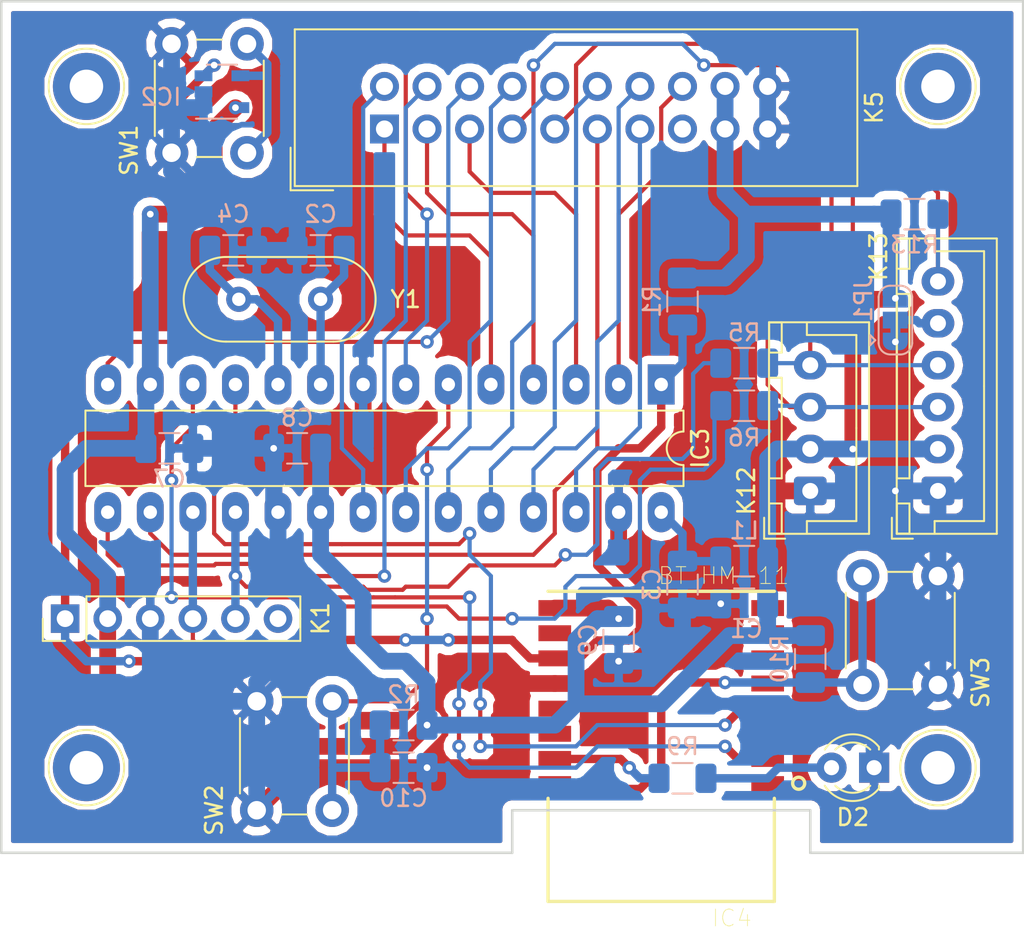
<source format=kicad_pcb>
(kicad_pcb (version 20171130) (host pcbnew 5.0.2-bee76a0~70~ubuntu18.04.1)
  (layers (0 F.Cu signal) (31 B.Cu signal) (34 B.Paste user) (35 F.Paste user) (36 B.SilkS user) (37 F.SilkS user) (38 B.Mask user) (39 F.Mask user) (44 Edge.Cuts user))
  (net 0 "")
  (net 1 GND)
  (net 2 VCC)
  (net 3 "Net-(C2-Pad1)")
  (net 4 "Net-(C3-Pad1)")
  (net 5 CLKO)
  (net 6 BPGAME)
  (net 7 "Net-(D2-Pad2)")
  (net 8 ~MCLR)
  (net 9 "Net-(IC2-Pad4)")
  (net 10 INT)
  (net 11 U1ATX)
  (net 12 U1ARX)
  (net 13 PGD)
  (net 14 PGC)
  (net 15 "Net-(IC4-Pad1)")
  (net 16 "Net-(IC4-Pad3)")
  (net 17 "Net-(IC4-Pad13)")
  (net 18 "Net-(IC4-Pad14)")
  (net 19 "Net-(IC4-Pad15)")
  (net 20 "Net-(IC4-Pad16)")
  (net 21 "Net-(JP1-Pad2)")
  (net 22 "Net-(K1-Pad6)")
  (net 23 MVBATT)
  (net 24 MDAVG)
  (net 25 MDAVD)
  (net 26 MDARC)
  (net 27 MDIR1A)
  (net 28 MDIR2A)
  (net 29 MXSHUT1)
  (net 30 MPWMA)
  (net 31 MSTBY)
  (net 32 MDIR1B)
  (net 33 MDIR2B)
  (net 34 MPWMB)
  (net 35 MXSHUT2)
  (net 36 MSCL)
  (net 37 MSDA)
  (net 38 "Net-(K5-Pad15)")
  (module 317030001:XCVR_317030001 (layer F.Cu) (at 186.69 113.03 180)
    (fp_text reference IC4 (at -4.21442 -10.2457 180) (layer F.SilkS) (effects (font (size 1.00105 1.00105) (thickness 0.05))))
    (fp_text value "BT HM-11" (at -3.72982 10.1782 180) (layer F.SilkS) (effects (font (size 1.0013 1.0013) (thickness 0.05))))
    (pad 1 smd rect (at -6.35 -2.25 180) (size 1.95 0.95) (layers F.Cu F.Paste F.Mask) (net 15 "Net-(IC4-Pad1)"))
    (pad 2 smd rect (at -6.35 -0.75 180) (size 1.95 0.95) (layers F.Cu F.Paste F.Mask) (net 12 U1ARX))
    (pad 3 smd rect (at -6.35 0.75 180) (size 1.95 0.95) (layers F.Cu F.Paste F.Mask) (net 16 "Net-(IC4-Pad3)"))
    (pad 4 smd rect (at -6.35 2.25 180) (size 1.95 0.95) (layers F.Cu F.Paste F.Mask) (net 11 U1ATX))
    (pad 5 smd rect (at -6.35 3.75 180) (size 1.95 0.95) (layers F.Cu F.Paste F.Mask))
    (pad 6 smd rect (at -6.35 5.25 180) (size 1.95 0.95) (layers F.Cu F.Paste F.Mask))
    (pad 7 smd rect (at -6.35 6.75 180) (size 1.95 0.95) (layers F.Cu F.Paste F.Mask))
    (pad 8 smd rect (at -6.35 8.25 180) (size 1.95 0.95) (layers F.Cu F.Paste F.Mask))
    (pad 9 smd rect (at 6.35 8.25) (size 1.95 0.95) (layers F.Cu F.Paste F.Mask) (net 2 VCC))
    (pad 10 smd rect (at 6.35 6.75) (size 1.95 0.95) (layers F.Cu F.Paste F.Mask))
    (pad 11 smd rect (at 6.35 5.25) (size 1.95 0.95) (layers F.Cu F.Paste F.Mask) (net 8 ~MCLR))
    (pad 12 smd rect (at 6.35 3.75) (size 1.95 0.95) (layers F.Cu F.Paste F.Mask) (net 1 GND))
    (pad 13 smd rect (at 6.35 2.25) (size 1.95 0.95) (layers F.Cu F.Paste F.Mask) (net 17 "Net-(IC4-Pad13)"))
    (pad 14 smd rect (at 6.35 0.75) (size 1.95 0.95) (layers F.Cu F.Paste F.Mask) (net 18 "Net-(IC4-Pad14)"))
    (pad 15 smd rect (at 6.35 -0.75) (size 1.95 0.95) (layers F.Cu F.Paste F.Mask) (net 19 "Net-(IC4-Pad15)"))
    (pad 16 smd rect (at 6.35 -2.25) (size 1.95 0.95) (layers F.Cu F.Paste F.Mask) (net 20 "Net-(IC4-Pad16)"))
  )
  (module Resistor_SMD:R_1206_3216Metric (layer B.Cu) (at 187.96 86.49 270)
    (fp_text reference R1 (at 0 1.82 270) (layer B.SilkS) (effects (justify mirror)))
    (fp_text value 10k)
    (pad 1 smd roundrect (at -1.4 0 270) (size 1.25 1.75) (layers B.Cu B.Paste B.Mask) (roundrect_rratio 0.2) (net 2 VCC))
    (pad 2 smd roundrect (at 1.4 0 270) (size 1.25 1.75) (layers B.Cu B.Paste B.Mask) (roundrect_rratio 0.2) (net 8 ~MCLR))
  )
  (module TestPoint:TestPoint_THTPad_D4.0mm_Drill2.0mm (layer F.Cu) (at 203.2 73.66)
    (fp_text reference "" (at 0 -2.898) (layer F.SilkS))
    (fp_text value "")
    (pad 1 thru_hole circle (at 0 0) (size 4 4) (drill 2) (layers *.Cu *.Mask))
  )
  (module TestPoint:TestPoint_THTPad_D4.0mm_Drill2.0mm (layer F.Cu) (at 152.4 73.66)
    (fp_text reference "" (at 0 -2.898) (layer F.SilkS))
    (fp_text value "")
    (pad 1 thru_hole circle (at 0 0) (size 4 4) (drill 2) (layers *.Cu *.Mask))
  )
  (module TestPoint:TestPoint_THTPad_D4.0mm_Drill2.0mm (layer F.Cu) (at 203.2 114.3)
    (fp_text reference "" (at 0 -2.898) (layer F.SilkS))
    (fp_text value "")
    (pad 1 thru_hole circle (at 0 0) (size 4 4) (drill 2) (layers *.Cu *.Mask))
  )
  (module TestPoint:TestPoint_THTPad_D4.0mm_Drill2.0mm (layer F.Cu) (at 152.4 114.3)
    (fp_text reference "" (at 0 -2.898) (layer F.SilkS))
    (fp_text value "")
    (pad 1 thru_hole circle (at 0 0) (size 4 4) (drill 2) (layers *.Cu *.Mask))
  )
  (module Capacitor_SMD:C_1206_3216Metric (layer B.Cu) (at 191.64 104.52 180)
    (fp_text reference C1 (at -0.13 -1.525 180) (layer B.SilkS) (effects (justify mirror)))
    (fp_text value 100n)
    (pad 1 smd roundrect (at -1.4 0 180) (size 1.25 1.75) (layers B.Cu B.Paste B.Mask) (roundrect_rratio 0.2) (net 2 VCC))
    (pad 2 smd roundrect (at 1.4 0 180) (size 1.25 1.75) (layers B.Cu B.Paste B.Mask) (roundrect_rratio 0.2) (net 1 GND))
  )
  (module Capacitor_SMD:C_1206_3216Metric (layer B.Cu) (at 166.37 83.44 180)
    (fp_text reference C2 (at 0 2.16 180) (layer B.SilkS) (effects (justify mirror)))
    (fp_text value 22p)
    (pad 2 smd roundrect (at 1.4 0 180) (size 1.25 1.75) (layers B.Cu B.Paste B.Mask) (roundrect_rratio 0.2) (net 1 GND))
    (pad 1 smd roundrect (at -1.4 0 180) (size 1.25 1.75) (layers B.Cu B.Paste B.Mask) (roundrect_rratio 0.2) (net 3 "Net-(C2-Pad1)"))
  )
  (module Capacitor_SMD:C_1206_3216Metric (layer B.Cu) (at 187.96 103.38 270)
    (fp_text reference C3 (at 0 1.82 270) (layer B.SilkS) (effects (justify mirror)))
    (fp_text value 100n)
    (pad 1 smd roundrect (at -1.4 0 270) (size 1.25 1.75) (layers B.Cu B.Paste B.Mask) (roundrect_rratio 0.2) (net 4 "Net-(C3-Pad1)"))
    (pad 2 smd roundrect (at 1.4 0 270) (size 1.25 1.75) (layers B.Cu B.Paste B.Mask) (roundrect_rratio 0.2) (net 1 GND))
  )
  (module Capacitor_SMD:C_1206_3216Metric (layer B.Cu) (at 161.16 83.44)
    (fp_text reference C4 (at 0 -2.16) (layer B.SilkS) (effects (justify mirror)))
    (fp_text value 22p)
    (pad 1 smd roundrect (at -1.4 0) (size 1.25 1.75) (layers B.Cu B.Paste B.Mask) (roundrect_rratio 0.2) (net 5 CLKO))
    (pad 2 smd roundrect (at 1.4 0) (size 1.25 1.75) (layers B.Cu B.Paste B.Mask) (roundrect_rratio 0.2) (net 1 GND))
  )
  (module Capacitor_SMD:C_1206_3216Metric (layer B.Cu) (at 157.35 95.25)
    (fp_text reference C7 (at 0 1.82) (layer B.SilkS) (effects (justify mirror)))
    (fp_text value 100n)
    (pad 2 smd roundrect (at 1.4 0) (size 1.25 1.75) (layers B.Cu B.Paste B.Mask) (roundrect_rratio 0.2) (net 1 GND))
    (pad 1 smd roundrect (at -1.4 0) (size 1.25 1.75) (layers B.Cu B.Paste B.Mask) (roundrect_rratio 0.2) (net 2 VCC))
  )
  (module Capacitor_SMD:C_1206_3216Metric (layer B.Cu) (at 164.97 95.25 180)
    (fp_text reference C8 (at 0 1.82 180) (layer B.SilkS) (effects (justify mirror)))
    (fp_text value 100n)
    (pad 1 smd roundrect (at -1.4 0 180) (size 1.25 1.75) (layers B.Cu B.Paste B.Mask) (roundrect_rratio 0.2) (net 2 VCC))
    (pad 2 smd roundrect (at 1.4 0 180) (size 1.25 1.75) (layers B.Cu B.Paste B.Mask) (roundrect_rratio 0.2) (net 1 GND))
  )
  (module Capacitor_SMD:C_1206_3216Metric (layer B.Cu) (at 184.15 106.68 270)
    (fp_text reference C9 (at 0 1.82 270) (layer B.SilkS) (effects (justify mirror)))
    (fp_text value 100n)
    (pad 2 smd roundrect (at 1.4 0 270) (size 1.25 1.75) (layers B.Cu B.Paste B.Mask) (roundrect_rratio 0.2) (net 1 GND))
    (pad 1 smd roundrect (at -1.4 0 270) (size 1.25 1.75) (layers B.Cu B.Paste B.Mask) (roundrect_rratio 0.2) (net 2 VCC))
  )
  (module Capacitor_SMD:C_1206_3216Metric (layer B.Cu) (at 171.32 114.3)
    (fp_text reference C10 (at 0 1.82) (layer B.SilkS) (effects (justify mirror)))
    (fp_text value 100n)
    (pad 1 smd roundrect (at -1.4 0) (size 1.25 1.75) (layers B.Cu B.Paste B.Mask) (roundrect_rratio 0.2) (net 6 BPGAME))
    (pad 2 smd roundrect (at 1.4 0) (size 1.25 1.75) (layers B.Cu B.Paste B.Mask) (roundrect_rratio 0.2) (net 1 GND))
  )
  (module LED_THT:LED_D3.0mm (layer F.Cu) (at 199.39 114.3 180)
    (fp_text reference D2 (at 1.27 -2.96 180) (layer F.SilkS))
    (fp_text value SYS.)
    (pad 1 thru_hole rect (at 0 0 180) (size 1.8 1.8) (drill 0.9) (layers *.Cu *.Mask) (net 1 GND))
    (pad 2 thru_hole circle (at 2.54 0 180) (size 1.8 1.8) (drill 0.9) (layers *.Cu *.Mask) (net 7 "Net-(D2-Pad2)"))
  )
  (module Package_TO_SOT_SMD:SOT-23-5 (layer B.Cu) (at 160.485 73.975)
    (fp_text reference IC2 (at -3.64 0.32) (layer B.SilkS) (effects (justify mirror)))
    (fp_text value LM3724EM5-3.08)
    (pad 1 smd rect (at -1.1 0.95) (size 1.06 0.65) (layers B.Cu B.Paste B.Mask) (net 1 GND))
    (pad 2 smd rect (at -1.1 0) (size 1.06 0.65) (layers B.Cu B.Paste B.Mask) (net 1 GND))
    (pad 3 smd rect (at -1.1 -0.95) (size 1.06 0.65) (layers B.Cu B.Paste B.Mask) (net 8 ~MCLR))
    (pad 4 smd rect (at 1.1 -0.95) (size 1.06 0.65) (layers B.Cu B.Paste B.Mask) (net 9 "Net-(IC2-Pad4)"))
    (pad 5 smd rect (at 1.1 0.95) (size 1.06 0.65) (layers B.Cu B.Paste B.Mask) (net 2 VCC))
  )
  (module Jumper:SolderJumper-3_P1.3mm_Bridged12_RoundedPad1.0x1.5mm (layer B.Cu) (at 200.66 87.6 90)
    (fp_text reference JP1 (at 1.24 -1.905 90) (layer B.SilkS) (effects (justify mirror)))
    (fp_text value AD0)
    (pad 1 smd custom (at -1.3 0 90) (size 1 0.5) (layers B.Cu B.Mask) (net 1 GND) (options (clearance outline) (anchor rect)) (primitives (gr_circle (center 0 -0.25) (end 0.5 -0.25) (width 0)) (gr_circle (center 0 0.25) (end 0.5 0.25) (width 0)) (gr_poly (pts (xy 0.55 0.75) (xy 0 0.75) (xy 0 -0.75) (xy 0.55 -0.75)) (width 0)) (gr_poly (pts (xy 0.4 0.3) (xy 0.9 0.3) (xy 0.9 -0.3) (xy 0.4 -0.3)) (width 0))))
    (pad 3 smd custom (at 1.3 0 90) (size 1 0.5) (layers B.Cu B.Mask) (net 2 VCC) (options (clearance outline) (anchor rect)) (primitives (gr_circle (center 0 -0.25) (end 0.5 -0.25) (width 0)) (gr_circle (center 0 0.25) (end 0.5 0.25) (width 0)) (gr_poly (pts (xy -0.55 0.75) (xy 0 0.75) (xy 0 -0.75) (xy -0.55 -0.75)) (width 0))))
    (pad 2 smd rect (at 0 0 90) (size 1 1.5) (layers B.Cu B.Mask) (net 21 "Net-(JP1-Pad2)"))
  )
  (module Connector_PinHeader_2.54mm:PinHeader_1x06_P2.54mm_Vertical (layer F.Cu) (at 151.13 105.41 90)
    (fp_text reference K1 (at 0 15.24 90) (layer F.SilkS))
    (fp_text value ICSP)
    (pad 1 thru_hole rect (at 0 0 90) (size 1.7 1.7) (drill 1) (layers *.Cu *.Mask) (net 8 ~MCLR))
    (pad 2 thru_hole oval (at 0 2.54 90) (size 1.7 1.7) (drill 1) (layers *.Cu *.Mask) (net 2 VCC))
    (pad 3 thru_hole oval (at 0 5.08 90) (size 1.7 1.7) (drill 1) (layers *.Cu *.Mask) (net 1 GND))
    (pad 4 thru_hole oval (at 0 7.62 90) (size 1.7 1.7) (drill 1) (layers *.Cu *.Mask) (net 13 PGD))
    (pad 5 thru_hole oval (at 0 10.16 90) (size 1.7 1.7) (drill 1) (layers *.Cu *.Mask) (net 14 PGC))
    (pad 6 thru_hole oval (at 0 12.7 90) (size 1.7 1.7) (drill 1) (layers *.Cu *.Mask) (net 22 "Net-(K1-Pad6)"))
  )
  (module Connector_IDC:IDC-Header_2x10_P2.54mm_Vertical (layer F.Cu) (at 170.18 76.2 90)
    (fp_text reference K5 (at 1.27 29.21 90) (layer F.SilkS))
    (fp_text value CONTROL)
    (pad 1 thru_hole rect (at 0 0 90) (size 1.7272 1.7272) (drill 1.016) (layers *.Cu *.Mask) (net 26 MDARC))
    (pad 2 thru_hole oval (at 2.54 0 90) (size 1.7272 1.7272) (drill 1.016) (layers *.Cu *.Mask) (net 30 MPWMA))
    (pad 3 thru_hole oval (at 0 2.54 90) (size 1.7272 1.7272) (drill 1.016) (layers *.Cu *.Mask) (net 25 MDAVD))
    (pad 4 thru_hole oval (at 2.54 2.54 90) (size 1.7272 1.7272) (drill 1.016) (layers *.Cu *.Mask) (net 28 MDIR2A))
    (pad 5 thru_hole oval (at 0 5.08 90) (size 1.7272 1.7272) (drill 1.016) (layers *.Cu *.Mask) (net 24 MDAVG))
    (pad 6 thru_hole oval (at 2.54 5.08 90) (size 1.7272 1.7272) (drill 1.016) (layers *.Cu *.Mask) (net 27 MDIR1A))
    (pad 7 thru_hole oval (at 0 7.62 90) (size 1.7272 1.7272) (drill 1.016) (layers *.Cu *.Mask) (net 36 MSCL))
    (pad 8 thru_hole oval (at 2.54 7.62 90) (size 1.7272 1.7272) (drill 1.016) (layers *.Cu *.Mask) (net 31 MSTBY))
    (pad 9 thru_hole oval (at 0 10.16 90) (size 1.7272 1.7272) (drill 1.016) (layers *.Cu *.Mask) (net 37 MSDA))
    (pad 10 thru_hole oval (at 2.54 10.16 90) (size 1.7272 1.7272) (drill 1.016) (layers *.Cu *.Mask) (net 32 MDIR1B))
    (pad 11 thru_hole oval (at 0 12.7 90) (size 1.7272 1.7272) (drill 1.016) (layers *.Cu *.Mask) (net 29 MXSHUT1))
    (pad 12 thru_hole oval (at 2.54 12.7 90) (size 1.7272 1.7272) (drill 1.016) (layers *.Cu *.Mask) (net 33 MDIR2B))
    (pad 13 thru_hole oval (at 0 15.24 90) (size 1.7272 1.7272) (drill 1.016) (layers *.Cu *.Mask) (net 35 MXSHUT2))
    (pad 14 thru_hole oval (at 2.54 15.24 90) (size 1.7272 1.7272) (drill 1.016) (layers *.Cu *.Mask) (net 34 MPWMB))
    (pad 15 thru_hole oval (at 0 17.78 90) (size 1.7272 1.7272) (drill 1.016) (layers *.Cu *.Mask) (net 38 "Net-(K5-Pad15)"))
    (pad 16 thru_hole oval (at 2.54 17.78 90) (size 1.7272 1.7272) (drill 1.016) (layers *.Cu *.Mask) (net 23 MVBATT))
    (pad 17 thru_hole oval (at 0 20.32 90) (size 1.7272 1.7272) (drill 1.016) (layers *.Cu *.Mask) (net 2 VCC))
    (pad 18 thru_hole oval (at 2.54 20.32 90) (size 1.7272 1.7272) (drill 1.016) (layers *.Cu *.Mask) (net 2 VCC))
    (pad 19 thru_hole oval (at 0 22.86 90) (size 1.7272 1.7272) (drill 1.016) (layers *.Cu *.Mask) (net 1 GND))
    (pad 20 thru_hole oval (at 2.54 22.86 90) (size 1.7272 1.7272) (drill 1.016) (layers *.Cu *.Mask) (net 1 GND))
  )
  (module Connector_JST:JST_XH_B04B-XH-A_1x04_P2.50mm_Vertical (layer F.Cu) (at 195.58 97.79 90)
    (fp_text reference K12 (at 0 -3.81 90) (layer F.SilkS))
    (fp_text value "AFF OLED")
    (pad 1 thru_hole roundrect (at 0 0 90) (size 1.7 1.95) (drill 0.95) (layers *.Cu *.Mask) (roundrect_rratio 0.147059) (net 1 GND))
    (pad 2 thru_hole oval (at 2.5 0 90) (size 1.7 1.95) (drill 0.95) (layers *.Cu *.Mask) (net 2 VCC))
    (pad 3 thru_hole oval (at 5 0 90) (size 1.7 1.95) (drill 0.95) (layers *.Cu *.Mask) (net 36 MSCL))
    (pad 4 thru_hole oval (at 7.5 0 90) (size 1.7 1.95) (drill 0.95) (layers *.Cu *.Mask) (net 37 MSDA))
  )
  (module Connector_JST:JST_XH_B06B-XH-A_1x06_P2.50mm_Vertical (layer F.Cu) (at 203.2 97.79 90)
    (fp_text reference K13 (at 13.97 -3.55 90) (layer F.SilkS))
    (fp_text value "IMU 6050")
    (pad 6 thru_hole oval (at 12.5 0 90) (size 1.7 1.95) (drill 0.95) (layers *.Cu *.Mask) (net 10 INT))
    (pad 5 thru_hole oval (at 10 0 90) (size 1.7 1.95) (drill 0.95) (layers *.Cu *.Mask) (net 21 "Net-(JP1-Pad2)"))
    (pad 4 thru_hole oval (at 7.5 0 90) (size 1.7 1.95) (drill 0.95) (layers *.Cu *.Mask) (net 37 MSDA))
    (pad 3 thru_hole oval (at 5 0 90) (size 1.7 1.95) (drill 0.95) (layers *.Cu *.Mask) (net 36 MSCL))
    (pad 2 thru_hole oval (at 2.5 0 90) (size 1.7 1.95) (drill 0.95) (layers *.Cu *.Mask) (net 2 VCC))
    (pad 1 thru_hole roundrect (at 0 0 90) (size 1.7 1.95) (drill 0.95) (layers *.Cu *.Mask) (roundrect_rratio 0.147059) (net 1 GND))
  )
  (module Inductor_SMD:L_1206_3216Metric (layer B.Cu) (at 191.64 101.98 180)
    (fp_text reference L1 (at 0 1.82 180) (layer B.SilkS) (effects (justify mirror)))
    (fp_text value 10u)
    (pad 1 smd roundrect (at -1.4 0 180) (size 1.25 1.75) (layers B.Cu B.Paste B.Mask) (roundrect_rratio 0.2) (net 2 VCC))
    (pad 2 smd roundrect (at 1.4 0 180) (size 1.25 1.75) (layers B.Cu B.Paste B.Mask) (roundrect_rratio 0.2) (net 4 "Net-(C3-Pad1)"))
  )
  (module Resistor_SMD:R_1206_3216Metric (layer B.Cu) (at 171.32 111.76 180)
    (fp_text reference R2 (at 0 1.82 180) (layer B.SilkS) (effects (justify mirror)))
    (fp_text value 10k)
    (pad 2 smd roundrect (at 1.4 0 180) (size 1.25 1.75) (layers B.Cu B.Paste B.Mask) (roundrect_rratio 0.2) (net 6 BPGAME))
    (pad 1 smd roundrect (at -1.4 0 180) (size 1.25 1.75) (layers B.Cu B.Paste B.Mask) (roundrect_rratio 0.2) (net 2 VCC))
  )
  (module Resistor_SMD:R_1206_3216Metric (layer B.Cu) (at 191.64 90.17 180)
    (fp_text reference R5 (at 0 1.82 180) (layer B.SilkS) (effects (justify mirror)))
    (fp_text value 1.8k)
    (pad 1 smd roundrect (at -1.4 0 180) (size 1.25 1.75) (layers B.Cu B.Paste B.Mask) (roundrect_rratio 0.2) (net 37 MSDA))
    (pad 2 smd roundrect (at 1.4 0 180) (size 1.25 1.75) (layers B.Cu B.Paste B.Mask) (roundrect_rratio 0.2) (net 14 PGC))
  )
  (module Resistor_SMD:R_1206_3216Metric (layer B.Cu) (at 191.64 92.71 180)
    (fp_text reference R6 (at 0 -1.905 180) (layer B.SilkS) (effects (justify mirror)))
    (fp_text value 1.8k)
    (pad 2 smd roundrect (at 1.4 0 180) (size 1.25 1.75) (layers B.Cu B.Paste B.Mask) (roundrect_rratio 0.2) (net 13 PGD))
    (pad 1 smd roundrect (at -1.4 0 180) (size 1.25 1.75) (layers B.Cu B.Paste B.Mask) (roundrect_rratio 0.2) (net 36 MSCL))
  )
  (module Resistor_SMD:R_1206_3216Metric (layer B.Cu) (at 187.96 114.935)
    (fp_text reference R9 (at 0 -1.905) (layer B.SilkS) (effects (justify mirror)))
    (fp_text value 180)
    (pad 1 smd roundrect (at -1.4 0) (size 1.25 1.75) (layers B.Cu B.Paste B.Mask) (roundrect_rratio 0.2) (net 19 "Net-(IC4-Pad15)"))
    (pad 2 smd roundrect (at 1.4 0) (size 1.25 1.75) (layers B.Cu B.Paste B.Mask) (roundrect_rratio 0.2) (net 7 "Net-(D2-Pad2)"))
  )
  (module Resistor_SMD:R_1206_3216Metric (layer B.Cu) (at 195.58 107.82 270)
    (fp_text reference R10 (at 0 1.82 270) (layer B.SilkS) (effects (justify mirror)))
    (fp_text value 1k)
    (pad 2 smd roundrect (at 1.4 0 270) (size 1.25 1.75) (layers B.Cu B.Paste B.Mask) (roundrect_rratio 0.2) (net 20 "Net-(IC4-Pad16)"))
    (pad 1 smd roundrect (at -1.4 0 270) (size 1.25 1.75) (layers B.Cu B.Paste B.Mask) (roundrect_rratio 0.2) (net 2 VCC))
  )
  (module Resistor_SMD:R_1206_3216Metric (layer B.Cu) (at 201.8 81.28)
    (fp_text reference R13 (at 0 1.82) (layer B.SilkS) (effects (justify mirror)))
    (fp_text value 10k)
    (pad 1 smd roundrect (at -1.4 0) (size 1.25 1.75) (layers B.Cu B.Paste B.Mask) (roundrect_rratio 0.2) (net 2 VCC))
    (pad 2 smd roundrect (at 1.4 0) (size 1.25 1.75) (layers B.Cu B.Paste B.Mask) (roundrect_rratio 0.2) (net 10 INT))
  )
  (module Button_Switch_THT:SW_PUSH_6mm (layer F.Cu) (at 157.48 77.62 90)
    (fp_text reference SW1 (at 0.15 -2.54 90) (layer F.SilkS))
    (fp_text value RESET)
    (pad 2 thru_hole circle (at 0 4.5 180) (size 2 2) (drill 1.1) (layers *.Cu *.Mask) (net 9 "Net-(IC2-Pad4)"))
    (pad 1 thru_hole circle (at 0 0 180) (size 2 2) (drill 1.1) (layers *.Cu *.Mask) (net 1 GND))
    (pad 2 thru_hole circle (at 6.5 4.5 180) (size 2 2) (drill 1.1) (layers *.Cu *.Mask) (net 9 "Net-(IC2-Pad4)"))
    (pad 1 thru_hole circle (at 6.5 0 180) (size 2 2) (drill 1.1) (layers *.Cu *.Mask) (net 1 GND))
  )
  (module Button_Switch_THT:SW_PUSH_6mm (layer F.Cu) (at 162.56 116.84 90)
    (fp_text reference SW2 (at 0 -2.54 90) (layer F.SilkS))
    (fp_text value GAME)
    (pad 1 thru_hole circle (at 6.5 0 180) (size 2 2) (drill 1.1) (layers *.Cu *.Mask) (net 1 GND))
    (pad 2 thru_hole circle (at 6.5 4.5 180) (size 2 2) (drill 1.1) (layers *.Cu *.Mask) (net 6 BPGAME))
    (pad 1 thru_hole circle (at 0 0 180) (size 2 2) (drill 1.1) (layers *.Cu *.Mask) (net 1 GND))
    (pad 2 thru_hole circle (at 0 4.5 180) (size 2 2) (drill 1.1) (layers *.Cu *.Mask) (net 6 BPGAME))
  )
  (module Button_Switch_THT:SW_PUSH_6mm (layer F.Cu) (at 198.7 109.37 90)
    (fp_text reference SW3 (at 0.15 7.04 90) (layer F.SilkS))
    (fp_text value "BP SYS.")
    (pad 2 thru_hole circle (at 0 4.5 180) (size 2 2) (drill 1.1) (layers *.Cu *.Mask) (net 1 GND))
    (pad 1 thru_hole circle (at 0 0 180) (size 2 2) (drill 1.1) (layers *.Cu *.Mask) (net 20 "Net-(IC4-Pad16)"))
    (pad 2 thru_hole circle (at 6.5 4.5 180) (size 2 2) (drill 1.1) (layers *.Cu *.Mask) (net 1 GND))
    (pad 1 thru_hole circle (at 6.5 0 180) (size 2 2) (drill 1.1) (layers *.Cu *.Mask) (net 20 "Net-(IC4-Pad16)"))
  )
  (module Crystal:Crystal_HC49-4H_Vertical (layer F.Cu) (at 166.37 86.36 180)
    (fp_text reference Y1 (at -5.08 0 180) (layer F.SilkS))
    (fp_text value 8M)
    (pad 1 thru_hole circle (at 0 0 180) (size 1.5 1.5) (drill 0.8) (layers *.Cu *.Mask) (net 3 "Net-(C2-Pad1)"))
    (pad 2 thru_hole circle (at 4.88 0 180) (size 1.5 1.5) (drill 0.8) (layers *.Cu *.Mask) (net 5 CLKO))
  )
  (module Package_DIP:DIP-28_W7.62mm_LongPads (layer F.Cu) (at 186.69 91.44 270)
    (fp_text reference IC3 (at 3.81 -2.33 270) (layer F.SilkS))
    (fp_text value DSPIC30F4012)
    (pad 1 thru_hole rect (at 0 0 270) (size 2.4 1.6) (drill 0.8) (layers *.Cu *.Mask) (net 8 ~MCLR))
    (pad 15 thru_hole oval (at 7.62 33.02 270) (size 2.4 1.6) (drill 0.8) (layers *.Cu *.Mask) (net 28 MDIR2A))
    (pad 2 thru_hole oval (at 0 2.54 270) (size 2.4 1.6) (drill 0.8) (layers *.Cu *.Mask) (net 23 MVBATT))
    (pad 16 thru_hole oval (at 7.62 30.48 270) (size 2.4 1.6) (drill 0.8) (layers *.Cu *.Mask) (net 29 MXSHUT1))
    (pad 3 thru_hole oval (at 0 5.08 270) (size 2.4 1.6) (drill 0.8) (layers *.Cu *.Mask) (net 24 MDAVG))
    (pad 17 thru_hole oval (at 7.62 27.94 270) (size 2.4 1.6) (drill 0.8) (layers *.Cu *.Mask) (net 13 PGD))
    (pad 4 thru_hole oval (at 0 7.62 270) (size 2.4 1.6) (drill 0.8) (layers *.Cu *.Mask) (net 25 MDAVD))
    (pad 18 thru_hole oval (at 7.62 25.4 270) (size 2.4 1.6) (drill 0.8) (layers *.Cu *.Mask) (net 14 PGC))
    (pad 5 thru_hole oval (at 0 10.16 270) (size 2.4 1.6) (drill 0.8) (layers *.Cu *.Mask) (net 26 MDARC))
    (pad 19 thru_hole oval (at 7.62 22.86 270) (size 2.4 1.6) (drill 0.8) (layers *.Cu *.Mask) (net 1 GND))
    (pad 6 thru_hole oval (at 0 12.7 270) (size 2.4 1.6) (drill 0.8) (layers *.Cu *.Mask) (net 6 BPGAME))
    (pad 20 thru_hole oval (at 7.62 20.32 270) (size 2.4 1.6) (drill 0.8) (layers *.Cu *.Mask) (net 2 VCC))
    (pad 7 thru_hole oval (at 0 15.24 270) (size 2.4 1.6) (drill 0.8) (layers *.Cu *.Mask) (net 10 INT))
    (pad 21 thru_hole oval (at 7.62 17.78 270) (size 2.4 1.6) (drill 0.8) (layers *.Cu *.Mask) (net 30 MPWMA))
    (pad 8 thru_hole oval (at 0 17.78 270) (size 2.4 1.6) (drill 0.8) (layers *.Cu *.Mask) (net 1 GND))
    (pad 22 thru_hole oval (at 7.62 15.24 270) (size 2.4 1.6) (drill 0.8) (layers *.Cu *.Mask) (net 31 MSTBY))
    (pad 9 thru_hole oval (at 0 20.32 270) (size 2.4 1.6) (drill 0.8) (layers *.Cu *.Mask) (net 3 "Net-(C2-Pad1)"))
    (pad 23 thru_hole oval (at 7.62 12.7 270) (size 2.4 1.6) (drill 0.8) (layers *.Cu *.Mask) (net 32 MDIR1B))
    (pad 10 thru_hole oval (at 0 22.86 270) (size 2.4 1.6) (drill 0.8) (layers *.Cu *.Mask) (net 5 CLKO))
    (pad 24 thru_hole oval (at 7.62 10.16 270) (size 2.4 1.6) (drill 0.8) (layers *.Cu *.Mask) (net 33 MDIR2B))
    (pad 11 thru_hole oval (at 0 25.4 270) (size 2.4 1.6) (drill 0.8) (layers *.Cu *.Mask) (net 11 U1ATX))
    (pad 25 thru_hole oval (at 7.62 7.62 270) (size 2.4 1.6) (drill 0.8) (layers *.Cu *.Mask) (net 34 MPWMB))
    (pad 12 thru_hole oval (at 0 27.94 270) (size 2.4 1.6) (drill 0.8) (layers *.Cu *.Mask) (net 12 U1ARX))
    (pad 26 thru_hole oval (at 7.62 5.08 270) (size 2.4 1.6) (drill 0.8) (layers *.Cu *.Mask) (net 35 MXSHUT2))
    (pad 13 thru_hole oval (at 0 30.48 270) (size 2.4 1.6) (drill 0.8) (layers *.Cu *.Mask) (net 2 VCC))
    (pad 27 thru_hole oval (at 7.62 2.54 270) (size 2.4 1.6) (drill 0.8) (layers *.Cu *.Mask) (net 1 GND))
    (pad 14 thru_hole oval (at 0 33.02 270) (size 2.4 1.6) (drill 0.8) (layers *.Cu *.Mask) (net 27 MDIR1A))
    (pad 28 thru_hole oval (at 7.62 0 270) (size 2.4 1.6) (drill 0.8) (layers *.Cu *.Mask) (net 4 "Net-(C3-Pad1)"))
  )
  (gr_line (start 177.8 119.38) (end 177.8 116.84) (layer Edge.Cuts) (width 0.15))
  (gr_line (start 195.58 119.38) (end 208.28 119.38) (layer Edge.Cuts) (width 0.15))
  (gr_line (start 195.58 116.84) (end 195.58 119.38) (layer Edge.Cuts) (width 0.15))
  (gr_line (start 177.8 116.84) (end 195.58 116.84) (layer Edge.Cuts) (width 0.15))
  (gr_line (start 147.32 119.38) (end 177.8 119.38) (layer Edge.Cuts) (width 0.15))
  (gr_line (start 147.32 119.38) (end 147.32 68.58) (layer Edge.Cuts) (width 0.15))
  (gr_line (start 147.32 68.58) (end 208.28 68.58) (layer Edge.Cuts) (width 0.15))
  (gr_line (start 208.28 68.58) (end 208.28 119.38) (layer Edge.Cuts) (width 0.15))
  (via (at 200.66 88.9) (size 0.8) (drill 0.4) (layers F.Cu B.Cu) (net 1))
  (via (at 172.72 114.3) (size 0.8) (drill 0.4) (layers F.Cu B.Cu) (net 1))
  (via (at 184.15 107.95) (size 0.8) (drill 0.4) (layers F.Cu B.Cu) (net 1))
  (segment (start 193.04 73.66) (end 193.04 76.2) (width 1) (layer B.Cu) (net 1))
  (segment (start 162.56 110.34) (end 162.56 116.84) (width 1) (layer B.Cu) (net 1))
  (segment (start 189.98 104.78) (end 190.24 104.52) (width 1) (layer B.Cu) (net 1))
  (segment (start 187.96 104.78) (end 189.98 104.78) (width 1) (layer B.Cu) (net 1))
  (segment (start 195.58 97.79) (end 199.39 97.79) (width 1) (layer B.Cu) (net 1))
  (segment (start 163.83 83.44) (end 164.97 83.44) (width 1) (layer B.Cu) (net 1))
  (segment (start 162.56 83.44) (end 163.83 83.44) (width 1) (layer B.Cu) (net 1))
  (segment (start 163.57 98.8) (end 163.83 99.06) (width 1) (layer B.Cu) (net 1))
  (segment (start 163.57 95.25) (end 163.57 95.25) (width 1) (layer B.Cu) (net 1))
  (segment (start 158.75 95.25) (end 163.57 95.25) (width 1) (layer B.Cu) (net 1))
  (segment (start 199.39 113.18) (end 199.39 114.3) (width 1) (layer B.Cu) (net 1))
  (segment (start 203.2 109.37) (end 199.39 113.18) (width 1) (layer B.Cu) (net 1))
  (segment (start 203.2 109.37) (end 203.2 102.87) (width 1) (layer B.Cu) (net 1))
  (segment (start 157.485 74.925) (end 157.48 74.93) (width 1) (layer B.Cu) (net 1))
  (segment (start 159.385 74.925) (end 157.485 74.925) (width 1) (layer B.Cu) (net 1))
  (segment (start 157.48 71.12) (end 157.48 74.93) (width 1) (layer B.Cu) (net 1))
  (segment (start 157.48 74.93) (end 157.48 77.62) (width 1) (layer B.Cu) (net 1))
  (segment (start 159.385 74.925) (end 159.385 74.295) (width 1) (layer B.Cu) (net 1))
  (segment (start 163.57 95.25) (end 163.57 98.8) (width 1) (layer B.Cu) (net 1))
  (via (at 163.57 95.25) (size 0.8) (drill 0.4) (layers F.Cu B.Cu) (net 1))
  (segment (start 163.57 95.25) (end 167.64 95.25) (width 1) (layer F.Cu) (net 1))
  (segment (start 167.64 95.25) (end 168.91 93.98) (width 1) (layer F.Cu) (net 1))
  (segment (start 168.91 93.98) (end 168.91 91.44) (width 1) (layer F.Cu) (net 1))
  (segment (start 182.82 109.28) (end 184.15 107.95) (width 1) (layer F.Cu) (net 1))
  (segment (start 180.34 109.28) (end 182.82 109.28) (width 1) (layer F.Cu) (net 1))
  (segment (start 184.15 107.95) (end 186.69 107.95) (width 1) (layer B.Cu) (net 1))
  (segment (start 186.69 107.95) (end 187.96 106.68) (width 1) (layer B.Cu) (net 1))
  (segment (start 187.96 106.68) (end 187.96 104.78) (width 1) (layer B.Cu) (net 1))
  (segment (start 162.56 110.34) (end 157.33 110.34) (width 1) (layer B.Cu) (net 1))
  (segment (start 156.21 109.22) (end 156.21 105.41) (width 1) (layer B.Cu) (net 1))
  (segment (start 157.33 110.34) (end 156.21 109.22) (width 1) (layer B.Cu) (net 1))
  (segment (start 163.83 99.06) (end 163.83 101.6) (width 1) (layer B.Cu) (net 1))
  (segment (start 163.83 101.6) (end 166.37 104.14) (width 1) (layer B.Cu) (net 1))
  (segment (start 166.37 104.14) (end 166.37 106.68) (width 1) (layer B.Cu) (net 1))
  (segment (start 166.37 106.68) (end 165.1 107.95) (width 1) (layer B.Cu) (net 1))
  (segment (start 165.1 107.95) (end 163.83 107.95) (width 1) (layer B.Cu) (net 1))
  (segment (start 163.83 107.95) (end 162.56 109.22) (width 1) (layer B.Cu) (net 1))
  (segment (start 162.56 109.22) (end 162.56 110.34) (width 1) (layer B.Cu) (net 1))
  (segment (start 162.56 116.84) (end 165.1 114.3) (width 1) (layer F.Cu) (net 1))
  (segment (start 165.1 114.3) (end 172.72 114.3) (width 1) (layer F.Cu) (net 1))
  (segment (start 184.15 107.95) (end 185.42 107.95) (width 1) (layer F.Cu) (net 1))
  (segment (start 185.42 107.95) (end 186.69 106.68) (width 1) (layer F.Cu) (net 1))
  (segment (start 186.69 106.68) (end 186.69 104.14) (width 1) (layer F.Cu) (net 1))
  (segment (start 186.69 104.14) (end 184.15 101.6) (width 1) (layer F.Cu) (net 1))
  (segment (start 184.15 101.6) (end 184.15 99.06) (width 1) (layer F.Cu) (net 1))
  (segment (start 203.2 102.87) (end 203.2 97.79) (width 1) (layer B.Cu) (net 1))
  (segment (start 190.24 104.52) (end 190.24 104.52) (width 1) (layer B.Cu) (net 1))
  (via (at 190.24 104.52) (size 0.8) (drill 0.4) (layers F.Cu B.Cu) (net 1))
  (segment (start 195.58 97.79) (end 191.77 97.79) (width 1) (layer F.Cu) (net 1))
  (segment (start 190.24 99.32) (end 190.24 104.52) (width 1) (layer F.Cu) (net 1))
  (segment (start 191.77 97.79) (end 190.24 99.32) (width 1) (layer F.Cu) (net 1))
  (segment (start 203.2 97.79) (end 204.47 97.79) (width 1) (layer B.Cu) (net 1))
  (segment (start 204.47 97.79) (end 205.74 96.52) (width 1) (layer B.Cu) (net 1))
  (segment (start 205.74 96.52) (end 205.74 80.01) (width 1) (layer B.Cu) (net 1))
  (segment (start 205.74 80.01) (end 204.47 78.74) (width 1) (layer B.Cu) (net 1))
  (segment (start 204.47 78.74) (end 194.31 78.74) (width 1) (layer B.Cu) (net 1))
  (segment (start 194.31 78.74) (end 193.04 77.47) (width 1) (layer B.Cu) (net 1))
  (segment (start 193.04 77.47) (end 193.04 76.2) (width 1) (layer B.Cu) (net 1))
  (segment (start 157.48 77.62) (end 157.48 78.74) (width 1) (layer B.Cu) (net 1))
  (segment (start 157.48 78.74) (end 158.75 80.01) (width 1) (layer B.Cu) (net 1))
  (segment (start 158.75 80.01) (end 164.97 80.01) (width 1) (layer B.Cu) (net 1))
  (segment (start 164.97 80.01) (end 164.97 83.44) (width 1) (layer B.Cu) (net 1))
  (segment (start 199.39 97.79) (end 203.2 97.79) (width 1) (layer B.Cu) (net 1))
  (via (at 200.66 97.79) (size 0.8) (drill 0.4) (layers F.Cu B.Cu) (net 1))
  (segment (start 200.66 88.9) (end 200.66 97.79) (width 1) (layer F.Cu) (net 1))
  (segment (start 193.04 72.39) (end 193.04 73.66) (width 1) (layer B.Cu) (net 1))
  (segment (start 193.04 71.12) (end 193.04 72.39) (width 1) (layer B.Cu) (net 1))
  (segment (start 166.37 69.85) (end 191.77 69.85) (width 1) (layer B.Cu) (net 1))
  (segment (start 191.77 69.85) (end 193.04 71.12) (width 1) (layer B.Cu) (net 1))
  (segment (start 164.97 80.01) (end 164.97 71.25) (width 1) (layer B.Cu) (net 1))
  (segment (start 164.97 71.25) (end 166.37 69.85) (width 1) (layer B.Cu) (net 1))
  (segment (start 180.34 109.28) (end 178.495 109.28) (width 1) (layer F.Cu) (net 1))
  (segment (start 178.495 109.28) (end 177.165 110.61) (width 1) (layer F.Cu) (net 1))
  (segment (start 177.165 110.61) (end 177.165 113.665) (width 1) (layer F.Cu) (net 1))
  (segment (start 176.53 114.3) (end 172.72 114.3) (width 1) (layer F.Cu) (net 1))
  (segment (start 177.165 113.665) (end 176.53 114.3) (width 1) (layer F.Cu) (net 1))
  (via (at 161.29 74.93) (size 0.8) (drill 0.4) (layers F.Cu B.Cu) (net 2))
  (via (at 172.72 111.76) (size 0.8) (drill 0.4) (layers F.Cu B.Cu) (net 2))
  (via (at 184.15 105.41) (size 0.8) (drill 0.4) (layers F.Cu B.Cu) (net 2))
  (segment (start 190.5 73.66) (end 190.5 76.2) (width 1) (layer B.Cu) (net 2))
  (segment (start 193.04 101.98) (end 193.04 104.52) (width 1) (layer B.Cu) (net 2))
  (segment (start 195.58 95.29) (end 198.12 95.29) (width 1) (layer B.Cu) (net 2))
  (segment (start 166.37 95.25) (end 166.37 99.06) (width 1) (layer B.Cu) (net 2))
  (segment (start 155.95 91.7) (end 156.21 91.44) (width 1) (layer B.Cu) (net 2))
  (segment (start 155.95 95.25) (end 155.95 91.7) (width 1) (layer B.Cu) (net 2))
  (segment (start 183.52 104.78) (end 184.15 105.41) (width 1) (layer F.Cu) (net 2))
  (segment (start 180.34 104.78) (end 183.52 104.78) (width 1) (layer F.Cu) (net 2))
  (segment (start 155.95 95.25) (end 152.4 95.25) (width 1) (layer B.Cu) (net 2))
  (segment (start 152.4 95.25) (end 151.13 96.52) (width 1) (layer B.Cu) (net 2))
  (segment (start 153.67 105.41) (end 153.67 102.87) (width 1) (layer B.Cu) (net 2))
  (segment (start 153.67 102.87) (end 151.13 100.33) (width 1) (layer B.Cu) (net 2))
  (segment (start 151.13 100.33) (end 151.13 96.52) (width 1) (layer B.Cu) (net 2))
  (segment (start 172.72 111.76) (end 171.45 113.03) (width 1) (layer F.Cu) (net 2))
  (segment (start 171.45 113.03) (end 156.21 113.03) (width 1) (layer F.Cu) (net 2))
  (segment (start 156.21 113.03) (end 153.67 110.49) (width 1) (layer F.Cu) (net 2))
  (segment (start 153.67 110.49) (end 153.67 105.41) (width 1) (layer F.Cu) (net 2))
  (segment (start 193.605 95.29) (end 193.04 95.855) (width 1) (layer B.Cu) (net 2))
  (segment (start 195.58 95.29) (end 193.605 95.29) (width 1) (layer B.Cu) (net 2))
  (segment (start 193.04 95.855) (end 193.04 101.6) (width 1) (layer B.Cu) (net 2))
  (segment (start 193.04 101.6) (end 193.04 101.98) (width 1) (layer B.Cu) (net 2))
  (segment (start 190.5 76.2) (end 190.5 80.01) (width 1) (layer B.Cu) (net 2))
  (segment (start 190.5 80.01) (end 191.77 81.28) (width 1) (layer B.Cu) (net 2))
  (segment (start 187.96 85.09) (end 190.5 85.09) (width 1) (layer B.Cu) (net 2))
  (segment (start 190.5 85.09) (end 191.77 83.82) (width 1) (layer B.Cu) (net 2))
  (segment (start 191.77 83.82) (end 191.77 81.28) (width 1) (layer B.Cu) (net 2))
  (segment (start 191.77 81.28) (end 199.39 81.28) (width 1) (layer B.Cu) (net 2))
  (segment (start 199.39 81.28) (end 200.4 81.28) (width 1) (layer B.Cu) (net 2))
  (segment (start 200.4 86.04) (end 200.66 86.3) (width 1) (layer B.Cu) (net 2))
  (segment (start 200.4 81.28) (end 200.4 86.04) (width 1) (layer B.Cu) (net 2))
  (segment (start 198.12 95.29) (end 203.2 95.29) (width 1) (layer B.Cu) (net 2))
  (via (at 198.12 95.29) (size 0.8) (drill 0.4) (layers F.Cu B.Cu) (net 2))
  (segment (start 200.66 86.3) (end 200.66 86.3) (width 1) (layer B.Cu) (net 2))
  (via (at 200.66 86.3) (size 0.8) (drill 0.4) (layers F.Cu B.Cu) (net 2))
  (segment (start 198.12 95.29) (end 198.12 87.63) (width 1) (layer F.Cu) (net 2))
  (segment (start 198.12 87.63) (end 199.39 86.36) (width 1) (layer F.Cu) (net 2))
  (segment (start 199.39 86.36) (end 200.66 86.36) (width 1) (layer F.Cu) (net 2))
  (segment (start 156.21 91.44) (end 156.21 81.28) (width 1) (layer B.Cu) (net 2))
  (segment (start 156.21 81.28) (end 156.21 81.28) (width 1) (layer B.Cu) (net 2))
  (via (at 156.21 81.28) (size 0.8) (drill 0.4) (layers F.Cu B.Cu) (net 2))
  (segment (start 161.29 74.93) (end 160.02 76.2) (width 1) (layer F.Cu) (net 2))
  (segment (start 160.02 76.2) (end 160.02 80.01) (width 1) (layer F.Cu) (net 2))
  (segment (start 160.02 80.01) (end 158.75 81.28) (width 1) (layer F.Cu) (net 2))
  (segment (start 158.75 81.28) (end 156.21 81.28) (width 1) (layer F.Cu) (net 2))
  (segment (start 186.69 110.49) (end 190.76 106.42) (width 1) (layer B.Cu) (net 2))
  (segment (start 193.04 104.52) (end 193.04 106.42) (width 1) (layer B.Cu) (net 2))
  (segment (start 190.76 106.42) (end 193.04 106.42) (width 1) (layer B.Cu) (net 2))
  (segment (start 193.04 106.42) (end 195.58 106.42) (width 1) (layer B.Cu) (net 2))
  (segment (start 182.88 105.41) (end 184.15 105.41) (width 1) (layer B.Cu) (net 2))
  (segment (start 181.61 106.68) (end 182.88 105.41) (width 1) (layer B.Cu) (net 2))
  (segment (start 181.61 110.49) (end 181.61 106.68) (width 1) (layer B.Cu) (net 2))
  (segment (start 172.72 111.76) (end 180.34 111.76) (width 1) (layer B.Cu) (net 2))
  (segment (start 180.34 111.76) (end 181.61 110.49) (width 1) (layer B.Cu) (net 2))
  (segment (start 186.69 110.49) (end 181.61 110.49) (width 1) (layer B.Cu) (net 2))
  (segment (start 172.72 109.22) (end 172.72 111.76) (width 1) (layer B.Cu) (net 2))
  (segment (start 166.37 101.6) (end 168.91 104.14) (width 1) (layer B.Cu) (net 2))
  (segment (start 170.18 107.95) (end 171.45 107.95) (width 1) (layer B.Cu) (net 2))
  (segment (start 166.37 99.06) (end 166.37 101.6) (width 1) (layer B.Cu) (net 2))
  (segment (start 168.91 104.14) (end 168.91 106.68) (width 1) (layer B.Cu) (net 2))
  (segment (start 168.91 106.68) (end 170.18 107.95) (width 1) (layer B.Cu) (net 2))
  (segment (start 171.45 107.95) (end 172.72 109.22) (width 1) (layer B.Cu) (net 2))
  (segment (start 166.37 86.36) (end 166.37 91.44) (width 0.5) (layer B.Cu) (net 3))
  (segment (start 167.77 84.96) (end 166.37 86.36) (width 0.5) (layer B.Cu) (net 3))
  (segment (start 167.77 83.44) (end 167.77 84.96) (width 0.5) (layer B.Cu) (net 3))
  (segment (start 187.96 101.98) (end 190.24 101.98) (width 0.5) (layer B.Cu) (net 4))
  (segment (start 187.96 101.98) (end 187.96 100.33) (width 0.5) (layer B.Cu) (net 4))
  (segment (start 187.96 100.33) (end 186.69 99.06) (width 0.5) (layer B.Cu) (net 4))
  (segment (start 161.49 86.36) (end 162.56 86.36) (width 0.5) (layer B.Cu) (net 5))
  (segment (start 163.83 87.63) (end 163.83 91.44) (width 0.5) (layer B.Cu) (net 5))
  (segment (start 162.56 86.36) (end 163.83 87.63) (width 0.5) (layer B.Cu) (net 5))
  (segment (start 159.76 84.63) (end 161.49 86.36) (width 0.5) (layer B.Cu) (net 5))
  (segment (start 159.76 83.44) (end 159.76 84.63) (width 0.5) (layer B.Cu) (net 5))
  (segment (start 167.06 110.34) (end 167.06 111.754213) (width 0.5) (layer B.Cu) (net 6))
  (segment (start 169.92 114.3) (end 169.92 111.76) (width 0.5) (layer B.Cu) (net 6))
  (segment (start 167.06 111.754213) (end 167.06 114.3) (width 0.5) (layer B.Cu) (net 6))
  (segment (start 169.92 114.3) (end 167.06 114.3) (width 0.5) (layer B.Cu) (net 6))
  (segment (start 167.06 114.3) (end 167.06 116.84) (width 0.5) (layer B.Cu) (net 6))
  (segment (start 173.99 91.44) (end 173.99 93.98) (width 0.25) (layer F.Cu) (net 6))
  (segment (start 173.99 93.98) (end 172.72 95.25) (width 0.25) (layer F.Cu) (net 6))
  (segment (start 172.72 95.25) (end 172.72 96.52) (width 0.25) (layer F.Cu) (net 6))
  (segment (start 172.72 96.52) (end 172.72 96.52) (width 0.25) (layer F.Cu) (net 6))
  (via (at 172.72 96.52) (size 0.8) (drill 0.4) (layers F.Cu B.Cu) (net 6))
  (segment (start 167.06 110.34) (end 171.3 110.34) (width 0.25) (layer F.Cu) (net 6))
  (segment (start 171.3 110.34) (end 172.72 108.92) (width 0.25) (layer F.Cu) (net 6))
  (segment (start 172.72 108.92) (end 172.72 105.41) (width 0.25) (layer F.Cu) (net 6))
  (segment (start 172.72 105.41) (end 172.72 105.41) (width 0.25) (layer F.Cu) (net 6))
  (via (at 172.72 105.41) (size 0.8) (drill 0.4) (layers F.Cu B.Cu) (net 6))
  (segment (start 172.72 98.338996) (end 172.72 96.52) (width 0.25) (layer B.Cu) (net 6))
  (segment (start 172.72 105.41) (end 172.72 98.338996) (width 0.25) (layer B.Cu) (net 6))
  (segment (start 189.36 114.935) (end 193.04 114.935) (width 0.5) (layer B.Cu) (net 7))
  (segment (start 193.04 114.935) (end 193.675 114.3) (width 0.5) (layer B.Cu) (net 7))
  (segment (start 193.675 114.3) (end 196.85 114.3) (width 0.5) (layer B.Cu) (net 7))
  (segment (start 186.69 91.44) (end 187.96 90.17) (width 0.5) (layer B.Cu) (net 8))
  (segment (start 187.96 90.17) (end 187.96 87.89) (width 0.5) (layer B.Cu) (net 8))
  (segment (start 159.385 73.025) (end 160.02 72.39) (width 0.5) (layer B.Cu) (net 8))
  (segment (start 160.02 72.39) (end 160.02 72.39) (width 0.5) (layer B.Cu) (net 8))
  (via (at 160.02 72.39) (size 0.8) (drill 0.4) (layers F.Cu B.Cu) (net 8))
  (segment (start 151.13 102.87) (end 151.13 105.41) (width 0.5) (layer F.Cu) (net 8))
  (segment (start 151.13 102.87) (end 151.13 88.9) (width 0.5) (layer F.Cu) (net 8))
  (segment (start 151.13 88.9) (end 154.94 85.09) (width 0.5) (layer F.Cu) (net 8))
  (segment (start 154.94 85.09) (end 154.94 77.47) (width 0.5) (layer F.Cu) (net 8))
  (segment (start 154.94 77.47) (end 160.02 72.39) (width 0.5) (layer F.Cu) (net 8))
  (segment (start 154.94 107.95) (end 154.94 107.95) (width 0.5) (layer F.Cu) (net 8))
  (via (at 154.94 107.95) (size 0.8) (drill 0.4) (layers F.Cu B.Cu) (net 8))
  (segment (start 151.13 105.41) (end 151.13 106.68) (width 0.5) (layer B.Cu) (net 8))
  (segment (start 151.13 106.68) (end 152.4 107.95) (width 0.5) (layer B.Cu) (net 8))
  (segment (start 152.4 107.95) (end 154.94 107.95) (width 0.5) (layer B.Cu) (net 8))
  (segment (start 154.94 107.95) (end 165.1 107.95) (width 0.5) (layer F.Cu) (net 8))
  (segment (start 165.1 107.95) (end 166.37 107.95) (width 0.5) (layer F.Cu) (net 8))
  (segment (start 166.37 107.95) (end 167.64 106.68) (width 0.5) (layer F.Cu) (net 8))
  (segment (start 167.64 106.68) (end 171.45 106.68) (width 0.5) (layer F.Cu) (net 8))
  (segment (start 171.45 106.68) (end 171.45 106.68) (width 0.5) (layer F.Cu) (net 8))
  (via (at 171.45 106.68) (size 0.8) (drill 0.4) (layers F.Cu B.Cu) (net 8))
  (segment (start 173.99 106.68) (end 173.99 106.68) (width 0.5) (layer F.Cu) (net 8))
  (via (at 173.99 106.68) (size 0.8) (drill 0.4) (layers F.Cu B.Cu) (net 8))
  (segment (start 171.45 106.68) (end 173.99 106.68) (width 0.5) (layer B.Cu) (net 8))
  (segment (start 173.99 106.68) (end 177.8 106.68) (width 0.5) (layer F.Cu) (net 8))
  (segment (start 177.8 106.715) (end 177.8 106.68) (width 0.5) (layer F.Cu) (net 8))
  (segment (start 178.865 107.78) (end 177.8 106.715) (width 0.5) (layer F.Cu) (net 8))
  (segment (start 180.34 107.78) (end 178.865 107.78) (width 0.5) (layer F.Cu) (net 8))
  (segment (start 185.42 95.25) (end 186.69 93.98) (width 0.5) (layer F.Cu) (net 8))
  (segment (start 184.15 95.25) (end 185.42 95.25) (width 0.5) (layer F.Cu) (net 8))
  (segment (start 182.88 102.235) (end 182.88 96.52) (width 0.5) (layer F.Cu) (net 8))
  (segment (start 186.69 93.98) (end 186.69 91.44) (width 0.5) (layer F.Cu) (net 8))
  (segment (start 181.815 107.78) (end 182.88 106.715) (width 0.5) (layer F.Cu) (net 8))
  (segment (start 180.34 107.78) (end 181.815 107.78) (width 0.5) (layer F.Cu) (net 8))
  (segment (start 182.88 96.52) (end 184.15 95.25) (width 0.5) (layer F.Cu) (net 8))
  (segment (start 182.88 106.715) (end 184.75 106.715) (width 0.5) (layer F.Cu) (net 8))
  (segment (start 184.75 106.715) (end 185.42 106.045) (width 0.5) (layer F.Cu) (net 8))
  (segment (start 185.42 106.045) (end 185.42 104.775) (width 0.5) (layer F.Cu) (net 8))
  (segment (start 185.42 104.775) (end 182.88 102.235) (width 0.5) (layer F.Cu) (net 8))
  (segment (start 163.195 72.335) (end 161.98 71.12) (width 0.5) (layer B.Cu) (net 9))
  (segment (start 161.98 77.62) (end 163.195 76.405) (width 0.5) (layer B.Cu) (net 9))
  (segment (start 161.585 73.025) (end 163.195 73.025) (width 0.5) (layer B.Cu) (net 9))
  (segment (start 163.195 76.405) (end 163.195 73.025) (width 0.5) (layer B.Cu) (net 9))
  (segment (start 163.195 73.025) (end 163.195 72.335) (width 0.5) (layer B.Cu) (net 9))
  (segment (start 203.2 84.19) (end 203.2 81.28) (width 0.25) (layer B.Cu) (net 10))
  (segment (start 203.2 85.29) (end 203.2 84.19) (width 0.25) (layer B.Cu) (net 10))
  (segment (start 171.45 91.44) (end 171.45 88.9) (width 0.25) (layer B.Cu) (net 10))
  (segment (start 171.45 88.9) (end 172.72 87.63) (width 0.25) (layer B.Cu) (net 10))
  (segment (start 172.72 87.63) (end 172.72 81.28) (width 0.25) (layer B.Cu) (net 10))
  (segment (start 172.72 81.28) (end 172.72 81.28) (width 0.25) (layer B.Cu) (net 10))
  (via (at 172.72 81.28) (size 0.8) (drill 0.4) (layers F.Cu B.Cu) (net 10))
  (segment (start 201.93 78.74) (end 203.2 80.01) (width 0.25) (layer F.Cu) (net 10))
  (segment (start 199.39 77.47) (end 200.66 78.74) (width 0.25) (layer F.Cu) (net 10))
  (segment (start 203.2 80.01) (end 203.2 85.29) (width 0.25) (layer F.Cu) (net 10))
  (segment (start 171.45 80.01) (end 171.45 71.12) (width 0.25) (layer F.Cu) (net 10))
  (segment (start 198.12 69.85) (end 199.39 71.12) (width 0.25) (layer F.Cu) (net 10))
  (segment (start 172.72 81.28) (end 171.45 80.01) (width 0.25) (layer F.Cu) (net 10))
  (segment (start 199.39 71.12) (end 199.39 77.47) (width 0.25) (layer F.Cu) (net 10))
  (segment (start 200.66 78.74) (end 201.93 78.74) (width 0.25) (layer F.Cu) (net 10))
  (segment (start 171.45 71.12) (end 172.72 69.85) (width 0.25) (layer F.Cu) (net 10))
  (segment (start 172.72 69.85) (end 198.12 69.85) (width 0.25) (layer F.Cu) (net 10))
  (segment (start 193.04 110.78) (end 191.48 110.78) (width 0.5) (layer F.Cu) (net 11))
  (segment (start 191.48 110.78) (end 190.5 111.76) (width 0.5) (layer F.Cu) (net 11))
  (segment (start 190.5 111.76) (end 190.5 111.76) (width 0.5) (layer F.Cu) (net 11))
  (via (at 190.5 111.76) (size 0.8) (drill 0.4) (layers F.Cu B.Cu) (net 11))
  (segment (start 161.29 91.44) (end 161.29 92.89) (width 0.25) (layer F.Cu) (net 11))
  (segment (start 161.29 92.89) (end 161.29 93.98) (width 0.25) (layer F.Cu) (net 11))
  (segment (start 161.29 93.98) (end 160.02 95.25) (width 0.25) (layer F.Cu) (net 11))
  (segment (start 160.02 95.25) (end 160.02 97.155) (width 0.25) (layer F.Cu) (net 11))
  (segment (start 160.02 97.155) (end 160.02 97.155) (width 0.25) (layer F.Cu) (net 11))
  (segment (start 160.02 97.155) (end 160.02 100.33) (width 0.25) (layer F.Cu) (net 11))
  (segment (start 160.02 100.33) (end 160.655 100.965) (width 0.25) (layer F.Cu) (net 11))
  (segment (start 160.655 100.965) (end 167.64 100.965) (width 0.25) (layer F.Cu) (net 11))
  (segment (start 167.64 100.965) (end 174.625 100.965) (width 0.25) (layer F.Cu) (net 11))
  (segment (start 190.5 111.76) (end 182.88 111.76) (width 0.25) (layer B.Cu) (net 11))
  (segment (start 182.88 111.76) (end 181.61 113.03) (width 0.25) (layer B.Cu) (net 11))
  (segment (start 181.61 113.03) (end 175.895 113.03) (width 0.25) (layer B.Cu) (net 11))
  (segment (start 175.895 113.03) (end 175.895 113.03) (width 0.25) (layer B.Cu) (net 11))
  (via (at 175.895 113.03) (size 0.8) (drill 0.4) (layers F.Cu B.Cu) (net 11))
  (segment (start 175.895 113.03) (end 175.895 110.49) (width 0.25) (layer F.Cu) (net 11))
  (segment (start 175.895 110.49) (end 175.895 110.49) (width 0.25) (layer F.Cu) (net 11))
  (via (at 175.895 110.49) (size 0.8) (drill 0.4) (layers F.Cu B.Cu) (net 11))
  (segment (start 174.625 100.965) (end 175.26 100.33) (width 0.25) (layer F.Cu) (net 11))
  (segment (start 175.26 100.33) (end 175.26 100.33) (width 0.25) (layer F.Cu) (net 11))
  (via (at 175.26 100.33) (size 0.8) (drill 0.4) (layers F.Cu B.Cu) (net 11))
  (segment (start 175.895 110.49) (end 175.895 109.22) (width 0.25) (layer B.Cu) (net 11))
  (segment (start 175.895 109.22) (end 176.53 108.585) (width 0.25) (layer B.Cu) (net 11))
  (segment (start 176.53 108.585) (end 176.53 102.87) (width 0.25) (layer B.Cu) (net 11))
  (segment (start 176.53 102.87) (end 175.26 101.6) (width 0.25) (layer B.Cu) (net 11))
  (segment (start 175.26 101.6) (end 175.26 100.33) (width 0.25) (layer B.Cu) (net 11))
  (segment (start 193.04 113.78) (end 191.25 113.78) (width 0.5) (layer F.Cu) (net 12))
  (segment (start 191.25 113.78) (end 190.5 113.03) (width 0.5) (layer F.Cu) (net 12))
  (segment (start 190.5 113.03) (end 190.5 113.03) (width 0.5) (layer F.Cu) (net 12))
  (via (at 190.5 113.03) (size 0.8) (drill 0.4) (layers F.Cu B.Cu) (net 12))
  (segment (start 158.75 91.44) (end 158.75 93.98) (width 0.25) (layer F.Cu) (net 12))
  (segment (start 158.75 93.98) (end 157.48 95.25) (width 0.25) (layer F.Cu) (net 12))
  (segment (start 157.48 95.25) (end 157.48 97.155) (width 0.25) (layer F.Cu) (net 12))
  (segment (start 157.48 97.155) (end 157.48 97.155) (width 0.25) (layer F.Cu) (net 12))
  (via (at 157.48 97.155) (size 0.8) (drill 0.4) (layers F.Cu B.Cu) (net 12))
  (segment (start 190.5 113.03) (end 182.88 113.03) (width 0.25) (layer B.Cu) (net 12))
  (segment (start 182.88 113.03) (end 181.61 114.3) (width 0.25) (layer B.Cu) (net 12))
  (segment (start 181.61 114.3) (end 175.895 114.3) (width 0.25) (layer B.Cu) (net 12))
  (segment (start 175.895 114.3) (end 175.26 114.3) (width 0.25) (layer B.Cu) (net 12))
  (segment (start 175.26 114.3) (end 174.625 113.665) (width 0.25) (layer B.Cu) (net 12))
  (segment (start 174.625 113.665) (end 174.625 113.03) (width 0.25) (layer B.Cu) (net 12))
  (segment (start 174.625 113.03) (end 174.625 113.03) (width 0.25) (layer B.Cu) (net 12))
  (via (at 174.625 113.03) (size 0.8) (drill 0.4) (layers F.Cu B.Cu) (net 12))
  (segment (start 174.625 113.03) (end 174.625 110.49) (width 0.25) (layer F.Cu) (net 12))
  (segment (start 174.625 110.49) (end 174.625 110.49) (width 0.25) (layer F.Cu) (net 12))
  (via (at 174.625 110.49) (size 0.8) (drill 0.4) (layers F.Cu B.Cu) (net 12))
  (segment (start 157.48 97.155) (end 157.48 104.14) (width 0.25) (layer B.Cu) (net 12))
  (segment (start 157.48 104.14) (end 157.48 104.14) (width 0.25) (layer B.Cu) (net 12))
  (via (at 157.48 104.14) (size 0.8) (drill 0.4) (layers F.Cu B.Cu) (net 12))
  (segment (start 169.545 104.14) (end 170.815 104.14) (width 0.25) (layer F.Cu) (net 12))
  (segment (start 170.815 104.14) (end 175.26 104.14) (width 0.25) (layer F.Cu) (net 12))
  (segment (start 175.26 104.14) (end 175.26 104.14) (width 0.25) (layer F.Cu) (net 12))
  (via (at 175.26 104.14) (size 0.8) (drill 0.4) (layers F.Cu B.Cu) (net 12))
  (segment (start 175.26 104.14) (end 175.26 108.585) (width 0.25) (layer B.Cu) (net 12))
  (segment (start 175.26 108.585) (end 174.625 109.22) (width 0.25) (layer B.Cu) (net 12))
  (segment (start 174.625 109.22) (end 174.625 110.49) (width 0.25) (layer B.Cu) (net 12))
  (segment (start 157.48 104.14) (end 169.545 104.14) (width 0.25) (layer F.Cu) (net 12))
  (segment (start 158.75 99.06) (end 158.75 102.235) (width 0.5) (layer B.Cu) (net 13))
  (segment (start 158.75 102.235) (end 158.75 105.41) (width 0.5) (layer B.Cu) (net 13))
  (segment (start 189.865 93.345) (end 190.24 92.97) (width 0.25) (layer B.Cu) (net 13))
  (segment (start 186.055 96.52) (end 189.23 96.52) (width 0.25) (layer B.Cu) (net 13))
  (segment (start 189.23 96.52) (end 189.865 95.885) (width 0.25) (layer B.Cu) (net 13))
  (segment (start 190.24 92.97) (end 190.24 92.71) (width 0.25) (layer B.Cu) (net 13))
  (segment (start 189.865 95.885) (end 189.865 93.345) (width 0.25) (layer B.Cu) (net 13))
  (segment (start 184.785 102.87) (end 185.42 102.235) (width 0.25) (layer B.Cu) (net 13))
  (segment (start 185.42 102.235) (end 185.42 97.155) (width 0.25) (layer B.Cu) (net 13))
  (segment (start 185.42 97.155) (end 186.055 96.52) (width 0.25) (layer B.Cu) (net 13))
  (segment (start 177.8 105.41) (end 177.8 105.41) (width 0.25) (layer F.Cu) (net 13))
  (via (at 177.8 105.41) (size 0.8) (drill 0.4) (layers F.Cu B.Cu) (net 13))
  (segment (start 184.785 102.87) (end 181.61 102.87) (width 0.25) (layer B.Cu) (net 13))
  (segment (start 181.61 102.87) (end 180.975 103.505) (width 0.25) (layer B.Cu) (net 13))
  (segment (start 180.975 103.505) (end 180.975 104.775) (width 0.25) (layer B.Cu) (net 13))
  (segment (start 180.34 105.41) (end 177.8 105.41) (width 0.25) (layer B.Cu) (net 13))
  (segment (start 180.975 104.775) (end 180.34 105.41) (width 0.25) (layer B.Cu) (net 13))
  (segment (start 159.385 107.315) (end 158.75 106.68) (width 0.25) (layer F.Cu) (net 13))
  (segment (start 158.75 106.68) (end 158.75 105.41) (width 0.25) (layer F.Cu) (net 13))
  (segment (start 165.735 107.315) (end 159.385 107.315) (width 0.25) (layer F.Cu) (net 13))
  (segment (start 174.625 105.41) (end 173.899999 104.684999) (width 0.25) (layer F.Cu) (net 13))
  (segment (start 177.8 105.41) (end 174.625 105.41) (width 0.25) (layer F.Cu) (net 13))
  (segment (start 173.899999 104.684999) (end 167.095001 104.684999) (width 0.25) (layer F.Cu) (net 13))
  (segment (start 167.095001 104.684999) (end 166.37 105.41) (width 0.25) (layer F.Cu) (net 13))
  (segment (start 166.37 105.41) (end 166.37 106.68) (width 0.25) (layer F.Cu) (net 13))
  (segment (start 166.37 106.68) (end 165.735 107.315) (width 0.25) (layer F.Cu) (net 13))
  (segment (start 161.29 99.06) (end 161.29 102.235) (width 0.5) (layer B.Cu) (net 14))
  (segment (start 190.24 90.17) (end 189.23 90.17) (width 0.25) (layer B.Cu) (net 14))
  (segment (start 189.23 90.17) (end 188.595 90.805) (width 0.25) (layer B.Cu) (net 14))
  (segment (start 188.595 90.805) (end 188.595 95.25) (width 0.25) (layer B.Cu) (net 14))
  (segment (start 188.595 95.25) (end 187.96 95.885) (width 0.25) (layer B.Cu) (net 14))
  (segment (start 187.96 95.885) (end 183.515 95.885) (width 0.25) (layer B.Cu) (net 14))
  (segment (start 183.515 95.885) (end 182.88 96.52) (width 0.25) (layer B.Cu) (net 14))
  (segment (start 182.88 96.52) (end 182.88 99.781004) (width 0.25) (layer B.Cu) (net 14))
  (segment (start 161.29 102.235) (end 161.29 105.41) (width 0.5) (layer B.Cu) (net 14))
  (segment (start 182.88 99.781004) (end 182.88 100.965) (width 0.25) (layer B.Cu) (net 14))
  (segment (start 182.88 100.965) (end 182.245 101.6) (width 0.25) (layer B.Cu) (net 14))
  (segment (start 182.245 101.6) (end 180.975 101.6) (width 0.25) (layer B.Cu) (net 14))
  (segment (start 180.975 101.6) (end 180.975 101.6) (width 0.25) (layer B.Cu) (net 14))
  (via (at 180.975 101.6) (size 0.8) (drill 0.4) (layers F.Cu B.Cu) (net 14))
  (segment (start 161.29 102.235) (end 161.29 102.235) (width 0.5) (layer B.Cu) (net 14))
  (via (at 161.29 102.87) (size 0.8) (drill 0.4) (layers F.Cu B.Cu) (net 14))
  (segment (start 173.99 103.505) (end 171.45 103.505) (width 0.25) (layer F.Cu) (net 14))
  (segment (start 175.26 102.235) (end 173.99 103.505) (width 0.25) (layer F.Cu) (net 14))
  (segment (start 180.34 102.235) (end 180.975 101.6) (width 0.25) (layer F.Cu) (net 14))
  (segment (start 180.34 102.235) (end 175.26 102.235) (width 0.25) (layer F.Cu) (net 14))
  (segment (start 161.29 102.87) (end 161.925 103.505) (width 0.25) (layer F.Cu) (net 14))
  (segment (start 161.925 103.505) (end 168.91 103.505) (width 0.25) (layer F.Cu) (net 14))
  (segment (start 168.91 103.505) (end 169.09499 103.68999) (width 0.25) (layer F.Cu) (net 14))
  (segment (start 169.09499 103.68999) (end 171.26501 103.68999) (width 0.25) (layer F.Cu) (net 14))
  (segment (start 171.26501 103.68999) (end 171.45 103.505) (width 0.25) (layer F.Cu) (net 14))
  (segment (start 184.785 114.3) (end 184.785 114.3) (width 0.5) (layer B.Cu) (net 19))
  (via (at 184.785 114.3) (size 0.8) (drill 0.4) (layers F.Cu B.Cu) (net 19))
  (segment (start 184.265 113.78) (end 184.785 114.3) (width 0.5) (layer F.Cu) (net 19))
  (segment (start 180.34 113.78) (end 184.265 113.78) (width 0.5) (layer F.Cu) (net 19))
  (segment (start 185.42 114.935) (end 184.785 114.3) (width 0.5) (layer B.Cu) (net 19))
  (segment (start 186.56 114.935) (end 185.42 114.935) (width 0.5) (layer B.Cu) (net 19))
  (segment (start 198.7 107.955787) (end 198.7 102.87) (width 0.5) (layer B.Cu) (net 20))
  (segment (start 198.7 109.37) (end 198.7 107.955787) (width 0.5) (layer B.Cu) (net 20))
  (segment (start 198.55 109.22) (end 198.7 109.37) (width 0.5) (layer B.Cu) (net 20))
  (segment (start 195.58 109.22) (end 198.55 109.22) (width 0.5) (layer B.Cu) (net 20))
  (segment (start 195.58 109.22) (end 190.5 109.22) (width 0.5) (layer B.Cu) (net 20))
  (segment (start 190.5 109.22) (end 190.5 109.22) (width 0.5) (layer B.Cu) (net 20))
  (via (at 190.5 109.22) (size 0.8) (drill 0.4) (layers F.Cu B.Cu) (net 20))
  (segment (start 180.34 115.28) (end 182.59 115.28) (width 0.5) (layer F.Cu) (net 20))
  (segment (start 182.59 115.28) (end 182.88 115.57) (width 0.5) (layer F.Cu) (net 20))
  (segment (start 182.88 115.57) (end 185.42 115.57) (width 0.5) (layer F.Cu) (net 20))
  (segment (start 185.42 115.57) (end 186.69 114.3) (width 0.5) (layer F.Cu) (net 20))
  (segment (start 186.69 114.3) (end 186.69 110.49) (width 0.5) (layer F.Cu) (net 20))
  (segment (start 187.96 109.22) (end 190.5 109.22) (width 0.5) (layer F.Cu) (net 20))
  (segment (start 186.69 110.49) (end 187.96 109.22) (width 0.5) (layer F.Cu) (net 20))
  (segment (start 203.2 87.79) (end 203.075 87.79) (width 0.5) (layer B.Cu) (net 21))
  (segment (start 203.2 87.79) (end 202.09 87.79) (width 0.5) (layer B.Cu) (net 21))
  (segment (start 201.9 87.6) (end 201.296412 87.6) (width 0.5) (layer B.Cu) (net 21))
  (segment (start 202.09 87.79) (end 201.9 87.6) (width 0.5) (layer B.Cu) (net 21))
  (segment (start 187.96 73.66) (end 186.69 74.93) (width 0.25) (layer F.Cu) (net 23))
  (segment (start 186.69 74.93) (end 186.69 78.74) (width 0.25) (layer F.Cu) (net 23))
  (segment (start 184.15 81.28) (end 184.15 91.44) (width 0.25) (layer F.Cu) (net 23))
  (segment (start 186.69 78.74) (end 184.15 81.28) (width 0.25) (layer F.Cu) (net 23))
  (segment (start 175.26 76.2) (end 175.26 78.74) (width 0.25) (layer F.Cu) (net 24))
  (segment (start 175.26 78.74) (end 176.53 80.01) (width 0.25) (layer F.Cu) (net 24))
  (segment (start 176.53 80.01) (end 180.34 80.01) (width 0.25) (layer F.Cu) (net 24))
  (segment (start 180.34 80.01) (end 181.61 81.28) (width 0.25) (layer F.Cu) (net 24))
  (segment (start 181.61 81.28) (end 181.61 91.44) (width 0.25) (layer F.Cu) (net 24))
  (segment (start 172.72 76.2) (end 172.72 80.01) (width 0.25) (layer F.Cu) (net 25))
  (segment (start 172.72 80.01) (end 173.99 81.28) (width 0.25) (layer F.Cu) (net 25))
  (segment (start 173.99 81.28) (end 177.8 81.28) (width 0.25) (layer F.Cu) (net 25))
  (segment (start 177.8 81.28) (end 179.07 82.55) (width 0.25) (layer F.Cu) (net 25))
  (segment (start 179.07 82.55) (end 179.07 91.44) (width 0.25) (layer F.Cu) (net 25))
  (segment (start 170.18 76.2) (end 170.18 81.28) (width 0.25) (layer F.Cu) (net 26))
  (segment (start 170.18 81.28) (end 171.45 82.55) (width 0.25) (layer F.Cu) (net 26))
  (segment (start 171.45 82.55) (end 175.26 82.55) (width 0.25) (layer F.Cu) (net 26))
  (segment (start 175.26 82.55) (end 176.53 83.82) (width 0.25) (layer F.Cu) (net 26))
  (segment (start 176.53 83.82) (end 176.53 91.44) (width 0.25) (layer F.Cu) (net 26))
  (segment (start 175.26 73.66) (end 173.99 74.93) (width 0.25) (layer B.Cu) (net 27))
  (segment (start 173.99 74.93) (end 173.99 87.63) (width 0.25) (layer B.Cu) (net 27))
  (segment (start 173.99 87.63) (end 172.72 88.9) (width 0.25) (layer B.Cu) (net 27))
  (segment (start 172.72 88.9) (end 172.72 88.9) (width 0.25) (layer B.Cu) (net 27))
  (via (at 172.72 88.9) (size 0.8) (drill 0.4) (layers F.Cu B.Cu) (net 27))
  (segment (start 172.72 88.9) (end 154.94 88.9) (width 0.25) (layer F.Cu) (net 27))
  (segment (start 154.94 88.9) (end 153.67 90.17) (width 0.25) (layer F.Cu) (net 27))
  (segment (start 153.67 90.17) (end 153.67 91.44) (width 0.25) (layer F.Cu) (net 27))
  (segment (start 172.72 73.66) (end 171.45 74.93) (width 0.25) (layer B.Cu) (net 28))
  (segment (start 171.45 74.93) (end 171.45 87.63) (width 0.25) (layer B.Cu) (net 28))
  (segment (start 171.45 87.63) (end 170.18 88.9) (width 0.25) (layer B.Cu) (net 28))
  (segment (start 170.18 88.9) (end 170.18 95.25) (width 0.25) (layer B.Cu) (net 28))
  (segment (start 170.18 95.25) (end 170.18 95.25) (width 0.25) (layer B.Cu) (net 28))
  (segment (start 170.18 95.25) (end 170.18 102.87) (width 0.25) (layer B.Cu) (net 28))
  (segment (start 170.18 102.87) (end 170.18 102.87) (width 0.25) (layer B.Cu) (net 28))
  (via (at 170.18 102.87) (size 0.8) (drill 0.4) (layers F.Cu B.Cu) (net 28))
  (segment (start 153.67 101.6) (end 153.67 99.06) (width 0.25) (layer F.Cu) (net 28))
  (segment (start 170.18 102.87) (end 163.195 102.87) (width 0.25) (layer F.Cu) (net 28))
  (segment (start 163.195 102.87) (end 162.56 102.235) (width 0.25) (layer F.Cu) (net 28))
  (segment (start 162.469999 102.144999) (end 160.110001 102.144999) (width 0.25) (layer F.Cu) (net 28))
  (segment (start 162.56 102.235) (end 162.469999 102.144999) (width 0.25) (layer F.Cu) (net 28))
  (segment (start 160.110001 102.144999) (end 160.02 102.235) (width 0.25) (layer F.Cu) (net 28))
  (segment (start 160.02 102.235) (end 154.305 102.235) (width 0.25) (layer F.Cu) (net 28))
  (segment (start 154.305 102.235) (end 153.67 101.6) (width 0.25) (layer F.Cu) (net 28))
  (segment (start 156.21 100.33) (end 156.21 99.06) (width 0.25) (layer F.Cu) (net 29))
  (segment (start 182.88 95.25) (end 180.34 97.79) (width 0.25) (layer F.Cu) (net 29))
  (segment (start 180.34 97.79) (end 180.34 100.33) (width 0.25) (layer F.Cu) (net 29))
  (segment (start 182.88 76.2) (end 182.88 95.25) (width 0.25) (layer F.Cu) (net 29))
  (segment (start 179.07 101.6) (end 157.48 101.6) (width 0.25) (layer F.Cu) (net 29))
  (segment (start 180.34 100.33) (end 179.07 101.6) (width 0.25) (layer F.Cu) (net 29))
  (segment (start 157.48 101.6) (end 156.21 100.33) (width 0.25) (layer F.Cu) (net 29))
  (segment (start 168.91 96.52) (end 168.91 99.06) (width 0.25) (layer B.Cu) (net 30))
  (segment (start 167.64 95.25) (end 168.91 96.52) (width 0.25) (layer B.Cu) (net 30))
  (segment (start 168.91 87.63) (end 167.64 88.9) (width 0.25) (layer B.Cu) (net 30))
  (segment (start 170.18 73.66) (end 168.91 74.93) (width 0.25) (layer B.Cu) (net 30))
  (segment (start 167.64 88.9) (end 167.64 95.25) (width 0.25) (layer B.Cu) (net 30))
  (segment (start 168.91 74.93) (end 168.91 87.63) (width 0.25) (layer B.Cu) (net 30))
  (segment (start 177.8 73.66) (end 176.53 74.93) (width 0.25) (layer B.Cu) (net 31))
  (segment (start 176.53 74.93) (end 176.53 87.63) (width 0.25) (layer B.Cu) (net 31))
  (segment (start 176.53 87.63) (end 175.26 88.9) (width 0.25) (layer B.Cu) (net 31))
  (segment (start 175.26 88.9) (end 175.26 93.98) (width 0.25) (layer B.Cu) (net 31))
  (segment (start 175.26 93.98) (end 173.99 95.25) (width 0.25) (layer B.Cu) (net 31))
  (segment (start 173.99 95.25) (end 172.72 95.25) (width 0.25) (layer B.Cu) (net 31))
  (segment (start 171.45 96.52) (end 171.45 99.06) (width 0.25) (layer B.Cu) (net 31))
  (segment (start 172.72 95.25) (end 171.45 96.52) (width 0.25) (layer B.Cu) (net 31))
  (segment (start 180.34 73.66) (end 179.07 74.93) (width 0.25) (layer B.Cu) (net 32))
  (segment (start 179.07 74.93) (end 179.07 87.63) (width 0.25) (layer B.Cu) (net 32))
  (segment (start 179.07 87.63) (end 177.8 88.9) (width 0.25) (layer B.Cu) (net 32))
  (segment (start 177.8 88.9) (end 177.8 93.98) (width 0.25) (layer B.Cu) (net 32))
  (segment (start 177.8 93.98) (end 176.53 95.25) (width 0.25) (layer B.Cu) (net 32))
  (segment (start 176.53 95.25) (end 175.26 95.25) (width 0.25) (layer B.Cu) (net 32))
  (segment (start 173.99 96.52) (end 173.99 99.06) (width 0.25) (layer B.Cu) (net 32))
  (segment (start 175.26 95.25) (end 173.99 96.52) (width 0.25) (layer B.Cu) (net 32))
  (segment (start 182.88 73.66) (end 181.61 74.93) (width 0.25) (layer B.Cu) (net 33))
  (segment (start 181.61 74.93) (end 181.61 87.63) (width 0.25) (layer B.Cu) (net 33))
  (segment (start 181.61 87.63) (end 180.34 88.9) (width 0.25) (layer B.Cu) (net 33))
  (segment (start 180.34 88.9) (end 180.34 93.98) (width 0.25) (layer B.Cu) (net 33))
  (segment (start 180.34 93.98) (end 179.07 95.25) (width 0.25) (layer B.Cu) (net 33))
  (segment (start 179.07 95.25) (end 177.8 95.25) (width 0.25) (layer B.Cu) (net 33))
  (segment (start 176.53 96.52) (end 176.53 99.06) (width 0.25) (layer B.Cu) (net 33))
  (segment (start 177.8 95.25) (end 176.53 96.52) (width 0.25) (layer B.Cu) (net 33))
  (segment (start 185.42 73.66) (end 184.15 74.93) (width 0.25) (layer B.Cu) (net 34))
  (segment (start 184.15 74.93) (end 184.15 87.63) (width 0.25) (layer B.Cu) (net 34))
  (segment (start 184.15 87.63) (end 182.88 88.9) (width 0.25) (layer B.Cu) (net 34))
  (segment (start 182.88 88.9) (end 182.88 93.98) (width 0.25) (layer B.Cu) (net 34))
  (segment (start 182.88 93.98) (end 181.61 95.25) (width 0.25) (layer B.Cu) (net 34))
  (segment (start 181.61 95.25) (end 180.34 95.25) (width 0.25) (layer B.Cu) (net 34))
  (segment (start 179.07 96.52) (end 179.07 99.06) (width 0.25) (layer B.Cu) (net 34))
  (segment (start 180.34 95.25) (end 179.07 96.52) (width 0.25) (layer B.Cu) (net 34))
  (segment (start 181.61 96.52) (end 181.61 99.06) (width 0.25) (layer B.Cu) (net 35))
  (segment (start 182.88 95.25) (end 181.61 96.52) (width 0.25) (layer B.Cu) (net 35))
  (segment (start 184.15 95.25) (end 182.88 95.25) (width 0.25) (layer B.Cu) (net 35))
  (segment (start 185.42 76.2) (end 185.42 93.98) (width 0.25) (layer B.Cu) (net 35))
  (segment (start 185.42 93.98) (end 184.15 95.25) (width 0.25) (layer B.Cu) (net 35))
  (segment (start 196.805 92.79) (end 203.2 92.79) (width 0.25) (layer B.Cu) (net 36))
  (segment (start 195.58 92.79) (end 196.805 92.79) (width 0.25) (layer B.Cu) (net 36))
  (segment (start 195.5 92.71) (end 195.58 92.79) (width 0.25) (layer B.Cu) (net 36))
  (segment (start 193.04 92.71) (end 195.5 92.71) (width 0.25) (layer B.Cu) (net 36))
  (segment (start 177.8 76.2) (end 179.07 74.93) (width 0.25) (layer F.Cu) (net 36))
  (segment (start 179.07 74.93) (end 179.07 72.39) (width 0.25) (layer F.Cu) (net 36))
  (segment (start 179.07 72.39) (end 179.07 72.39) (width 0.25) (layer F.Cu) (net 36))
  (via (at 179.07 72.39) (size 0.8) (drill 0.4) (layers F.Cu B.Cu) (net 36))
  (segment (start 179.07 72.39) (end 180.34 71.12) (width 0.25) (layer B.Cu) (net 36))
  (segment (start 180.34 71.12) (end 187.96 71.12) (width 0.25) (layer B.Cu) (net 36))
  (segment (start 187.96 71.12) (end 189.23 72.39) (width 0.25) (layer B.Cu) (net 36))
  (segment (start 189.23 72.39) (end 189.23 72.39) (width 0.25) (layer B.Cu) (net 36))
  (via (at 189.23 72.39) (size 0.8) (drill 0.4) (layers F.Cu B.Cu) (net 36))
  (segment (start 189.23 72.39) (end 195.58 72.39) (width 0.25) (layer F.Cu) (net 36))
  (segment (start 195.58 72.39) (end 196.85 73.66) (width 0.25) (layer F.Cu) (net 36))
  (segment (start 196.85 73.66) (end 196.85 83.82) (width 0.25) (layer F.Cu) (net 36))
  (segment (start 196.85 83.82) (end 195.58 85.09) (width 0.25) (layer F.Cu) (net 36))
  (segment (start 195.58 85.09) (end 194.31 85.09) (width 0.25) (layer F.Cu) (net 36))
  (segment (start 194.31 85.09) (end 193.04 86.36) (width 0.25) (layer F.Cu) (net 36))
  (segment (start 193.04 86.36) (end 193.04 91.44) (width 0.25) (layer F.Cu) (net 36))
  (segment (start 193.04 91.44) (end 194.31 92.71) (width 0.25) (layer F.Cu) (net 36))
  (segment (start 194.355 92.79) (end 195.58 92.79) (width 0.25) (layer F.Cu) (net 36))
  (segment (start 194.31 92.745) (end 194.355 92.79) (width 0.25) (layer F.Cu) (net 36))
  (segment (start 194.31 92.71) (end 194.31 92.745) (width 0.25) (layer F.Cu) (net 36))
  (segment (start 196.805 90.29) (end 203.2 90.29) (width 0.25) (layer B.Cu) (net 37))
  (segment (start 195.58 90.29) (end 196.805 90.29) (width 0.25) (layer B.Cu) (net 37))
  (segment (start 195.46 90.17) (end 195.58 90.29) (width 0.25) (layer B.Cu) (net 37))
  (segment (start 193.04 90.17) (end 195.46 90.17) (width 0.25) (layer B.Cu) (net 37))
  (segment (start 181.61 72.39) (end 181.61 74.93) (width 0.25) (layer F.Cu) (net 37))
  (segment (start 195.58 87.63) (end 198.12 85.09) (width 0.25) (layer F.Cu) (net 37))
  (segment (start 181.61 74.93) (end 180.34 76.2) (width 0.25) (layer F.Cu) (net 37))
  (segment (start 198.12 72.39) (end 196.85 71.12) (width 0.25) (layer F.Cu) (net 37))
  (segment (start 195.58 90.29) (end 195.58 87.63) (width 0.25) (layer F.Cu) (net 37))
  (segment (start 198.12 85.09) (end 198.12 72.39) (width 0.25) (layer F.Cu) (net 37))
  (segment (start 196.85 71.12) (end 182.88 71.12) (width 0.25) (layer F.Cu) (net 37))
  (segment (start 182.88 71.12) (end 181.61 72.39) (width 0.25) (layer F.Cu) (net 37))
  (zone (net 1) (net_name GND) (layer B.Cu) (connect_pads (clearance 0.508)) (min_thickness 0.254) (fill yes (arc_segments 16) (thermal_gap 0.508) (thermal_bridge_width 0.508))
    (polygon (pts (xy 147.32 119.38) (xy 147.32 68.58) (xy 208.28 68.58) (xy 208.28 119.38) (xy 195.58 119.38) (xy 195.58 116.84) (xy 177.8 116.84) (xy 177.8 119.38)))
  )
  (zone (net 1) (net_name GND) (layer F.Cu) (connect_pads (clearance 0.508)) (min_thickness 0.254) (fill yes (arc_segments 16) (thermal_gap 0.508) (thermal_bridge_width 0.508))
    (polygon (pts (xy 147.32 119.38) (xy 147.32 68.58) (xy 208.28 68.58) (xy 208.28 119.38) (xy 195.58 119.38) (xy 195.58 116.84) (xy 177.8 116.84) (xy 177.8 119.38)))
  )
)
</source>
